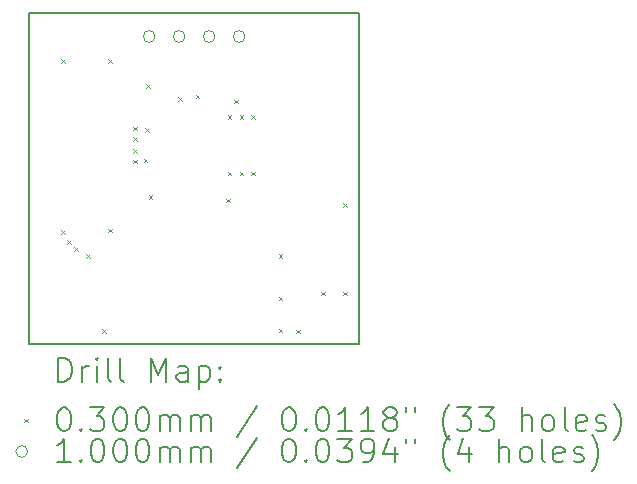
<source format=gbr>
%TF.GenerationSoftware,KiCad,Pcbnew,8.0.7*%
%TF.CreationDate,2024-12-28T17:49:15+01:00*%
%TF.ProjectId,usb-c-power-meter,7573622d-632d-4706-9f77-65722d6d6574,rev?*%
%TF.SameCoordinates,Original*%
%TF.FileFunction,Drillmap*%
%TF.FilePolarity,Positive*%
%FSLAX45Y45*%
G04 Gerber Fmt 4.5, Leading zero omitted, Abs format (unit mm)*
G04 Created by KiCad (PCBNEW 8.0.7) date 2024-12-28 17:49:15*
%MOMM*%
%LPD*%
G01*
G04 APERTURE LIST*
%ADD10C,0.200000*%
%ADD11C,0.100000*%
G04 APERTURE END LIST*
D10*
X14020000Y-9620000D02*
X16820000Y-9620000D01*
X16820000Y-12420000D01*
X14020000Y-12420000D01*
X14020000Y-9620000D01*
D11*
X14294560Y-11459200D02*
X14324560Y-11489200D01*
X14324560Y-11459200D02*
X14294560Y-11489200D01*
X14297100Y-10011400D02*
X14327100Y-10041400D01*
X14327100Y-10011400D02*
X14297100Y-10041400D01*
X14347900Y-11545000D02*
X14377900Y-11575000D01*
X14377900Y-11545000D02*
X14347900Y-11575000D01*
X14405000Y-11605000D02*
X14435000Y-11635000D01*
X14435000Y-11605000D02*
X14405000Y-11635000D01*
X14505000Y-11665000D02*
X14535000Y-11695000D01*
X14535000Y-11665000D02*
X14505000Y-11695000D01*
X14640000Y-12297400D02*
X14670000Y-12327400D01*
X14670000Y-12297400D02*
X14640000Y-12327400D01*
X14690800Y-10011400D02*
X14720800Y-10041400D01*
X14720800Y-10011400D02*
X14690800Y-10041400D01*
X14690800Y-11446500D02*
X14720800Y-11476500D01*
X14720800Y-11446500D02*
X14690800Y-11476500D01*
X14905000Y-10585000D02*
X14935000Y-10615000D01*
X14935000Y-10585000D02*
X14905000Y-10615000D01*
X14905000Y-10675000D02*
X14935000Y-10705000D01*
X14935000Y-10675000D02*
X14905000Y-10705000D01*
X14905000Y-10775000D02*
X14935000Y-10805000D01*
X14935000Y-10775000D02*
X14905000Y-10805000D01*
X14905000Y-10865000D02*
X14935000Y-10895000D01*
X14935000Y-10865000D02*
X14905000Y-10895000D01*
X14995000Y-10855000D02*
X15025000Y-10885000D01*
X15025000Y-10855000D02*
X14995000Y-10885000D01*
X15005000Y-10595000D02*
X15035000Y-10625000D01*
X15035000Y-10595000D02*
X15005000Y-10625000D01*
X15015000Y-10225000D02*
X15045000Y-10255000D01*
X15045000Y-10225000D02*
X15015000Y-10255000D01*
X15035000Y-11165000D02*
X15065000Y-11195000D01*
X15065000Y-11165000D02*
X15035000Y-11195000D01*
X15285000Y-10335000D02*
X15315000Y-10365000D01*
X15315000Y-10335000D02*
X15285000Y-10365000D01*
X15435000Y-10315000D02*
X15465000Y-10345000D01*
X15465000Y-10315000D02*
X15435000Y-10345000D01*
X15691560Y-11195040D02*
X15721560Y-11225040D01*
X15721560Y-11195040D02*
X15691560Y-11225040D01*
X15705000Y-10485000D02*
X15735000Y-10515000D01*
X15735000Y-10485000D02*
X15705000Y-10515000D01*
X15705000Y-10965000D02*
X15735000Y-10995000D01*
X15735000Y-10965000D02*
X15705000Y-10995000D01*
X15757600Y-10354300D02*
X15787600Y-10384300D01*
X15787600Y-10354300D02*
X15757600Y-10384300D01*
X15805000Y-10485000D02*
X15835000Y-10515000D01*
X15835000Y-10485000D02*
X15805000Y-10515000D01*
X15805000Y-10965000D02*
X15835000Y-10995000D01*
X15835000Y-10965000D02*
X15805000Y-10995000D01*
X15905000Y-10485000D02*
X15935000Y-10515000D01*
X15935000Y-10485000D02*
X15905000Y-10515000D01*
X15905000Y-10965000D02*
X15935000Y-10995000D01*
X15935000Y-10965000D02*
X15905000Y-10995000D01*
X16135000Y-11665000D02*
X16165000Y-11695000D01*
X16165000Y-11665000D02*
X16135000Y-11695000D01*
X16135000Y-12025000D02*
X16165000Y-12055000D01*
X16165000Y-12025000D02*
X16135000Y-12055000D01*
X16135000Y-12295000D02*
X16165000Y-12325000D01*
X16165000Y-12295000D02*
X16135000Y-12325000D01*
X16285000Y-12305000D02*
X16315000Y-12335000D01*
X16315000Y-12305000D02*
X16285000Y-12335000D01*
X16498500Y-11979900D02*
X16528500Y-12009900D01*
X16528500Y-11979900D02*
X16498500Y-12009900D01*
X16684700Y-11230600D02*
X16714700Y-11260600D01*
X16714700Y-11230600D02*
X16684700Y-11260600D01*
X16684700Y-11979900D02*
X16714700Y-12009900D01*
X16714700Y-11979900D02*
X16684700Y-12009900D01*
X15089000Y-9820000D02*
G75*
G02*
X14989000Y-9820000I-50000J0D01*
G01*
X14989000Y-9820000D02*
G75*
G02*
X15089000Y-9820000I50000J0D01*
G01*
X15343000Y-9820000D02*
G75*
G02*
X15243000Y-9820000I-50000J0D01*
G01*
X15243000Y-9820000D02*
G75*
G02*
X15343000Y-9820000I50000J0D01*
G01*
X15597000Y-9820000D02*
G75*
G02*
X15497000Y-9820000I-50000J0D01*
G01*
X15497000Y-9820000D02*
G75*
G02*
X15597000Y-9820000I50000J0D01*
G01*
X15851000Y-9820000D02*
G75*
G02*
X15751000Y-9820000I-50000J0D01*
G01*
X15751000Y-9820000D02*
G75*
G02*
X15851000Y-9820000I50000J0D01*
G01*
D10*
X14270777Y-12741484D02*
X14270777Y-12541484D01*
X14270777Y-12541484D02*
X14318396Y-12541484D01*
X14318396Y-12541484D02*
X14346967Y-12551008D01*
X14346967Y-12551008D02*
X14366015Y-12570055D01*
X14366015Y-12570055D02*
X14375539Y-12589103D01*
X14375539Y-12589103D02*
X14385062Y-12627198D01*
X14385062Y-12627198D02*
X14385062Y-12655769D01*
X14385062Y-12655769D02*
X14375539Y-12693865D01*
X14375539Y-12693865D02*
X14366015Y-12712912D01*
X14366015Y-12712912D02*
X14346967Y-12731960D01*
X14346967Y-12731960D02*
X14318396Y-12741484D01*
X14318396Y-12741484D02*
X14270777Y-12741484D01*
X14470777Y-12741484D02*
X14470777Y-12608150D01*
X14470777Y-12646246D02*
X14480301Y-12627198D01*
X14480301Y-12627198D02*
X14489824Y-12617674D01*
X14489824Y-12617674D02*
X14508872Y-12608150D01*
X14508872Y-12608150D02*
X14527920Y-12608150D01*
X14594586Y-12741484D02*
X14594586Y-12608150D01*
X14594586Y-12541484D02*
X14585062Y-12551008D01*
X14585062Y-12551008D02*
X14594586Y-12560531D01*
X14594586Y-12560531D02*
X14604110Y-12551008D01*
X14604110Y-12551008D02*
X14594586Y-12541484D01*
X14594586Y-12541484D02*
X14594586Y-12560531D01*
X14718396Y-12741484D02*
X14699348Y-12731960D01*
X14699348Y-12731960D02*
X14689824Y-12712912D01*
X14689824Y-12712912D02*
X14689824Y-12541484D01*
X14823158Y-12741484D02*
X14804110Y-12731960D01*
X14804110Y-12731960D02*
X14794586Y-12712912D01*
X14794586Y-12712912D02*
X14794586Y-12541484D01*
X15051729Y-12741484D02*
X15051729Y-12541484D01*
X15051729Y-12541484D02*
X15118396Y-12684341D01*
X15118396Y-12684341D02*
X15185062Y-12541484D01*
X15185062Y-12541484D02*
X15185062Y-12741484D01*
X15366015Y-12741484D02*
X15366015Y-12636722D01*
X15366015Y-12636722D02*
X15356491Y-12617674D01*
X15356491Y-12617674D02*
X15337443Y-12608150D01*
X15337443Y-12608150D02*
X15299348Y-12608150D01*
X15299348Y-12608150D02*
X15280301Y-12617674D01*
X15366015Y-12731960D02*
X15346967Y-12741484D01*
X15346967Y-12741484D02*
X15299348Y-12741484D01*
X15299348Y-12741484D02*
X15280301Y-12731960D01*
X15280301Y-12731960D02*
X15270777Y-12712912D01*
X15270777Y-12712912D02*
X15270777Y-12693865D01*
X15270777Y-12693865D02*
X15280301Y-12674817D01*
X15280301Y-12674817D02*
X15299348Y-12665293D01*
X15299348Y-12665293D02*
X15346967Y-12665293D01*
X15346967Y-12665293D02*
X15366015Y-12655769D01*
X15461253Y-12608150D02*
X15461253Y-12808150D01*
X15461253Y-12617674D02*
X15480301Y-12608150D01*
X15480301Y-12608150D02*
X15518396Y-12608150D01*
X15518396Y-12608150D02*
X15537443Y-12617674D01*
X15537443Y-12617674D02*
X15546967Y-12627198D01*
X15546967Y-12627198D02*
X15556491Y-12646246D01*
X15556491Y-12646246D02*
X15556491Y-12703388D01*
X15556491Y-12703388D02*
X15546967Y-12722436D01*
X15546967Y-12722436D02*
X15537443Y-12731960D01*
X15537443Y-12731960D02*
X15518396Y-12741484D01*
X15518396Y-12741484D02*
X15480301Y-12741484D01*
X15480301Y-12741484D02*
X15461253Y-12731960D01*
X15642205Y-12722436D02*
X15651729Y-12731960D01*
X15651729Y-12731960D02*
X15642205Y-12741484D01*
X15642205Y-12741484D02*
X15632682Y-12731960D01*
X15632682Y-12731960D02*
X15642205Y-12722436D01*
X15642205Y-12722436D02*
X15642205Y-12741484D01*
X15642205Y-12617674D02*
X15651729Y-12627198D01*
X15651729Y-12627198D02*
X15642205Y-12636722D01*
X15642205Y-12636722D02*
X15632682Y-12627198D01*
X15632682Y-12627198D02*
X15642205Y-12617674D01*
X15642205Y-12617674D02*
X15642205Y-12636722D01*
D11*
X13980000Y-13055000D02*
X14010000Y-13085000D01*
X14010000Y-13055000D02*
X13980000Y-13085000D01*
D10*
X14308872Y-12961484D02*
X14327920Y-12961484D01*
X14327920Y-12961484D02*
X14346967Y-12971008D01*
X14346967Y-12971008D02*
X14356491Y-12980531D01*
X14356491Y-12980531D02*
X14366015Y-12999579D01*
X14366015Y-12999579D02*
X14375539Y-13037674D01*
X14375539Y-13037674D02*
X14375539Y-13085293D01*
X14375539Y-13085293D02*
X14366015Y-13123388D01*
X14366015Y-13123388D02*
X14356491Y-13142436D01*
X14356491Y-13142436D02*
X14346967Y-13151960D01*
X14346967Y-13151960D02*
X14327920Y-13161484D01*
X14327920Y-13161484D02*
X14308872Y-13161484D01*
X14308872Y-13161484D02*
X14289824Y-13151960D01*
X14289824Y-13151960D02*
X14280301Y-13142436D01*
X14280301Y-13142436D02*
X14270777Y-13123388D01*
X14270777Y-13123388D02*
X14261253Y-13085293D01*
X14261253Y-13085293D02*
X14261253Y-13037674D01*
X14261253Y-13037674D02*
X14270777Y-12999579D01*
X14270777Y-12999579D02*
X14280301Y-12980531D01*
X14280301Y-12980531D02*
X14289824Y-12971008D01*
X14289824Y-12971008D02*
X14308872Y-12961484D01*
X14461253Y-13142436D02*
X14470777Y-13151960D01*
X14470777Y-13151960D02*
X14461253Y-13161484D01*
X14461253Y-13161484D02*
X14451729Y-13151960D01*
X14451729Y-13151960D02*
X14461253Y-13142436D01*
X14461253Y-13142436D02*
X14461253Y-13161484D01*
X14537443Y-12961484D02*
X14661253Y-12961484D01*
X14661253Y-12961484D02*
X14594586Y-13037674D01*
X14594586Y-13037674D02*
X14623158Y-13037674D01*
X14623158Y-13037674D02*
X14642205Y-13047198D01*
X14642205Y-13047198D02*
X14651729Y-13056722D01*
X14651729Y-13056722D02*
X14661253Y-13075769D01*
X14661253Y-13075769D02*
X14661253Y-13123388D01*
X14661253Y-13123388D02*
X14651729Y-13142436D01*
X14651729Y-13142436D02*
X14642205Y-13151960D01*
X14642205Y-13151960D02*
X14623158Y-13161484D01*
X14623158Y-13161484D02*
X14566015Y-13161484D01*
X14566015Y-13161484D02*
X14546967Y-13151960D01*
X14546967Y-13151960D02*
X14537443Y-13142436D01*
X14785062Y-12961484D02*
X14804110Y-12961484D01*
X14804110Y-12961484D02*
X14823158Y-12971008D01*
X14823158Y-12971008D02*
X14832682Y-12980531D01*
X14832682Y-12980531D02*
X14842205Y-12999579D01*
X14842205Y-12999579D02*
X14851729Y-13037674D01*
X14851729Y-13037674D02*
X14851729Y-13085293D01*
X14851729Y-13085293D02*
X14842205Y-13123388D01*
X14842205Y-13123388D02*
X14832682Y-13142436D01*
X14832682Y-13142436D02*
X14823158Y-13151960D01*
X14823158Y-13151960D02*
X14804110Y-13161484D01*
X14804110Y-13161484D02*
X14785062Y-13161484D01*
X14785062Y-13161484D02*
X14766015Y-13151960D01*
X14766015Y-13151960D02*
X14756491Y-13142436D01*
X14756491Y-13142436D02*
X14746967Y-13123388D01*
X14746967Y-13123388D02*
X14737443Y-13085293D01*
X14737443Y-13085293D02*
X14737443Y-13037674D01*
X14737443Y-13037674D02*
X14746967Y-12999579D01*
X14746967Y-12999579D02*
X14756491Y-12980531D01*
X14756491Y-12980531D02*
X14766015Y-12971008D01*
X14766015Y-12971008D02*
X14785062Y-12961484D01*
X14975539Y-12961484D02*
X14994586Y-12961484D01*
X14994586Y-12961484D02*
X15013634Y-12971008D01*
X15013634Y-12971008D02*
X15023158Y-12980531D01*
X15023158Y-12980531D02*
X15032682Y-12999579D01*
X15032682Y-12999579D02*
X15042205Y-13037674D01*
X15042205Y-13037674D02*
X15042205Y-13085293D01*
X15042205Y-13085293D02*
X15032682Y-13123388D01*
X15032682Y-13123388D02*
X15023158Y-13142436D01*
X15023158Y-13142436D02*
X15013634Y-13151960D01*
X15013634Y-13151960D02*
X14994586Y-13161484D01*
X14994586Y-13161484D02*
X14975539Y-13161484D01*
X14975539Y-13161484D02*
X14956491Y-13151960D01*
X14956491Y-13151960D02*
X14946967Y-13142436D01*
X14946967Y-13142436D02*
X14937443Y-13123388D01*
X14937443Y-13123388D02*
X14927920Y-13085293D01*
X14927920Y-13085293D02*
X14927920Y-13037674D01*
X14927920Y-13037674D02*
X14937443Y-12999579D01*
X14937443Y-12999579D02*
X14946967Y-12980531D01*
X14946967Y-12980531D02*
X14956491Y-12971008D01*
X14956491Y-12971008D02*
X14975539Y-12961484D01*
X15127920Y-13161484D02*
X15127920Y-13028150D01*
X15127920Y-13047198D02*
X15137443Y-13037674D01*
X15137443Y-13037674D02*
X15156491Y-13028150D01*
X15156491Y-13028150D02*
X15185063Y-13028150D01*
X15185063Y-13028150D02*
X15204110Y-13037674D01*
X15204110Y-13037674D02*
X15213634Y-13056722D01*
X15213634Y-13056722D02*
X15213634Y-13161484D01*
X15213634Y-13056722D02*
X15223158Y-13037674D01*
X15223158Y-13037674D02*
X15242205Y-13028150D01*
X15242205Y-13028150D02*
X15270777Y-13028150D01*
X15270777Y-13028150D02*
X15289824Y-13037674D01*
X15289824Y-13037674D02*
X15299348Y-13056722D01*
X15299348Y-13056722D02*
X15299348Y-13161484D01*
X15394586Y-13161484D02*
X15394586Y-13028150D01*
X15394586Y-13047198D02*
X15404110Y-13037674D01*
X15404110Y-13037674D02*
X15423158Y-13028150D01*
X15423158Y-13028150D02*
X15451729Y-13028150D01*
X15451729Y-13028150D02*
X15470777Y-13037674D01*
X15470777Y-13037674D02*
X15480301Y-13056722D01*
X15480301Y-13056722D02*
X15480301Y-13161484D01*
X15480301Y-13056722D02*
X15489824Y-13037674D01*
X15489824Y-13037674D02*
X15508872Y-13028150D01*
X15508872Y-13028150D02*
X15537443Y-13028150D01*
X15537443Y-13028150D02*
X15556491Y-13037674D01*
X15556491Y-13037674D02*
X15566015Y-13056722D01*
X15566015Y-13056722D02*
X15566015Y-13161484D01*
X15956491Y-12951960D02*
X15785063Y-13209103D01*
X16213634Y-12961484D02*
X16232682Y-12961484D01*
X16232682Y-12961484D02*
X16251729Y-12971008D01*
X16251729Y-12971008D02*
X16261253Y-12980531D01*
X16261253Y-12980531D02*
X16270777Y-12999579D01*
X16270777Y-12999579D02*
X16280301Y-13037674D01*
X16280301Y-13037674D02*
X16280301Y-13085293D01*
X16280301Y-13085293D02*
X16270777Y-13123388D01*
X16270777Y-13123388D02*
X16261253Y-13142436D01*
X16261253Y-13142436D02*
X16251729Y-13151960D01*
X16251729Y-13151960D02*
X16232682Y-13161484D01*
X16232682Y-13161484D02*
X16213634Y-13161484D01*
X16213634Y-13161484D02*
X16194586Y-13151960D01*
X16194586Y-13151960D02*
X16185063Y-13142436D01*
X16185063Y-13142436D02*
X16175539Y-13123388D01*
X16175539Y-13123388D02*
X16166015Y-13085293D01*
X16166015Y-13085293D02*
X16166015Y-13037674D01*
X16166015Y-13037674D02*
X16175539Y-12999579D01*
X16175539Y-12999579D02*
X16185063Y-12980531D01*
X16185063Y-12980531D02*
X16194586Y-12971008D01*
X16194586Y-12971008D02*
X16213634Y-12961484D01*
X16366015Y-13142436D02*
X16375539Y-13151960D01*
X16375539Y-13151960D02*
X16366015Y-13161484D01*
X16366015Y-13161484D02*
X16356491Y-13151960D01*
X16356491Y-13151960D02*
X16366015Y-13142436D01*
X16366015Y-13142436D02*
X16366015Y-13161484D01*
X16499348Y-12961484D02*
X16518396Y-12961484D01*
X16518396Y-12961484D02*
X16537444Y-12971008D01*
X16537444Y-12971008D02*
X16546967Y-12980531D01*
X16546967Y-12980531D02*
X16556491Y-12999579D01*
X16556491Y-12999579D02*
X16566015Y-13037674D01*
X16566015Y-13037674D02*
X16566015Y-13085293D01*
X16566015Y-13085293D02*
X16556491Y-13123388D01*
X16556491Y-13123388D02*
X16546967Y-13142436D01*
X16546967Y-13142436D02*
X16537444Y-13151960D01*
X16537444Y-13151960D02*
X16518396Y-13161484D01*
X16518396Y-13161484D02*
X16499348Y-13161484D01*
X16499348Y-13161484D02*
X16480301Y-13151960D01*
X16480301Y-13151960D02*
X16470777Y-13142436D01*
X16470777Y-13142436D02*
X16461253Y-13123388D01*
X16461253Y-13123388D02*
X16451729Y-13085293D01*
X16451729Y-13085293D02*
X16451729Y-13037674D01*
X16451729Y-13037674D02*
X16461253Y-12999579D01*
X16461253Y-12999579D02*
X16470777Y-12980531D01*
X16470777Y-12980531D02*
X16480301Y-12971008D01*
X16480301Y-12971008D02*
X16499348Y-12961484D01*
X16756491Y-13161484D02*
X16642206Y-13161484D01*
X16699348Y-13161484D02*
X16699348Y-12961484D01*
X16699348Y-12961484D02*
X16680301Y-12990055D01*
X16680301Y-12990055D02*
X16661253Y-13009103D01*
X16661253Y-13009103D02*
X16642206Y-13018627D01*
X16946968Y-13161484D02*
X16832682Y-13161484D01*
X16889825Y-13161484D02*
X16889825Y-12961484D01*
X16889825Y-12961484D02*
X16870777Y-12990055D01*
X16870777Y-12990055D02*
X16851729Y-13009103D01*
X16851729Y-13009103D02*
X16832682Y-13018627D01*
X17061253Y-13047198D02*
X17042206Y-13037674D01*
X17042206Y-13037674D02*
X17032682Y-13028150D01*
X17032682Y-13028150D02*
X17023158Y-13009103D01*
X17023158Y-13009103D02*
X17023158Y-12999579D01*
X17023158Y-12999579D02*
X17032682Y-12980531D01*
X17032682Y-12980531D02*
X17042206Y-12971008D01*
X17042206Y-12971008D02*
X17061253Y-12961484D01*
X17061253Y-12961484D02*
X17099349Y-12961484D01*
X17099349Y-12961484D02*
X17118396Y-12971008D01*
X17118396Y-12971008D02*
X17127920Y-12980531D01*
X17127920Y-12980531D02*
X17137444Y-12999579D01*
X17137444Y-12999579D02*
X17137444Y-13009103D01*
X17137444Y-13009103D02*
X17127920Y-13028150D01*
X17127920Y-13028150D02*
X17118396Y-13037674D01*
X17118396Y-13037674D02*
X17099349Y-13047198D01*
X17099349Y-13047198D02*
X17061253Y-13047198D01*
X17061253Y-13047198D02*
X17042206Y-13056722D01*
X17042206Y-13056722D02*
X17032682Y-13066246D01*
X17032682Y-13066246D02*
X17023158Y-13085293D01*
X17023158Y-13085293D02*
X17023158Y-13123388D01*
X17023158Y-13123388D02*
X17032682Y-13142436D01*
X17032682Y-13142436D02*
X17042206Y-13151960D01*
X17042206Y-13151960D02*
X17061253Y-13161484D01*
X17061253Y-13161484D02*
X17099349Y-13161484D01*
X17099349Y-13161484D02*
X17118396Y-13151960D01*
X17118396Y-13151960D02*
X17127920Y-13142436D01*
X17127920Y-13142436D02*
X17137444Y-13123388D01*
X17137444Y-13123388D02*
X17137444Y-13085293D01*
X17137444Y-13085293D02*
X17127920Y-13066246D01*
X17127920Y-13066246D02*
X17118396Y-13056722D01*
X17118396Y-13056722D02*
X17099349Y-13047198D01*
X17213634Y-12961484D02*
X17213634Y-12999579D01*
X17289825Y-12961484D02*
X17289825Y-12999579D01*
X17585063Y-13237674D02*
X17575539Y-13228150D01*
X17575539Y-13228150D02*
X17556491Y-13199579D01*
X17556491Y-13199579D02*
X17546968Y-13180531D01*
X17546968Y-13180531D02*
X17537444Y-13151960D01*
X17537444Y-13151960D02*
X17527920Y-13104341D01*
X17527920Y-13104341D02*
X17527920Y-13066246D01*
X17527920Y-13066246D02*
X17537444Y-13018627D01*
X17537444Y-13018627D02*
X17546968Y-12990055D01*
X17546968Y-12990055D02*
X17556491Y-12971008D01*
X17556491Y-12971008D02*
X17575539Y-12942436D01*
X17575539Y-12942436D02*
X17585063Y-12932912D01*
X17642206Y-12961484D02*
X17766015Y-12961484D01*
X17766015Y-12961484D02*
X17699349Y-13037674D01*
X17699349Y-13037674D02*
X17727920Y-13037674D01*
X17727920Y-13037674D02*
X17746968Y-13047198D01*
X17746968Y-13047198D02*
X17756491Y-13056722D01*
X17756491Y-13056722D02*
X17766015Y-13075769D01*
X17766015Y-13075769D02*
X17766015Y-13123388D01*
X17766015Y-13123388D02*
X17756491Y-13142436D01*
X17756491Y-13142436D02*
X17746968Y-13151960D01*
X17746968Y-13151960D02*
X17727920Y-13161484D01*
X17727920Y-13161484D02*
X17670777Y-13161484D01*
X17670777Y-13161484D02*
X17651730Y-13151960D01*
X17651730Y-13151960D02*
X17642206Y-13142436D01*
X17832682Y-12961484D02*
X17956491Y-12961484D01*
X17956491Y-12961484D02*
X17889825Y-13037674D01*
X17889825Y-13037674D02*
X17918396Y-13037674D01*
X17918396Y-13037674D02*
X17937444Y-13047198D01*
X17937444Y-13047198D02*
X17946968Y-13056722D01*
X17946968Y-13056722D02*
X17956491Y-13075769D01*
X17956491Y-13075769D02*
X17956491Y-13123388D01*
X17956491Y-13123388D02*
X17946968Y-13142436D01*
X17946968Y-13142436D02*
X17937444Y-13151960D01*
X17937444Y-13151960D02*
X17918396Y-13161484D01*
X17918396Y-13161484D02*
X17861253Y-13161484D01*
X17861253Y-13161484D02*
X17842206Y-13151960D01*
X17842206Y-13151960D02*
X17832682Y-13142436D01*
X18194587Y-13161484D02*
X18194587Y-12961484D01*
X18280301Y-13161484D02*
X18280301Y-13056722D01*
X18280301Y-13056722D02*
X18270777Y-13037674D01*
X18270777Y-13037674D02*
X18251730Y-13028150D01*
X18251730Y-13028150D02*
X18223158Y-13028150D01*
X18223158Y-13028150D02*
X18204111Y-13037674D01*
X18204111Y-13037674D02*
X18194587Y-13047198D01*
X18404111Y-13161484D02*
X18385063Y-13151960D01*
X18385063Y-13151960D02*
X18375539Y-13142436D01*
X18375539Y-13142436D02*
X18366015Y-13123388D01*
X18366015Y-13123388D02*
X18366015Y-13066246D01*
X18366015Y-13066246D02*
X18375539Y-13047198D01*
X18375539Y-13047198D02*
X18385063Y-13037674D01*
X18385063Y-13037674D02*
X18404111Y-13028150D01*
X18404111Y-13028150D02*
X18432682Y-13028150D01*
X18432682Y-13028150D02*
X18451730Y-13037674D01*
X18451730Y-13037674D02*
X18461253Y-13047198D01*
X18461253Y-13047198D02*
X18470777Y-13066246D01*
X18470777Y-13066246D02*
X18470777Y-13123388D01*
X18470777Y-13123388D02*
X18461253Y-13142436D01*
X18461253Y-13142436D02*
X18451730Y-13151960D01*
X18451730Y-13151960D02*
X18432682Y-13161484D01*
X18432682Y-13161484D02*
X18404111Y-13161484D01*
X18585063Y-13161484D02*
X18566015Y-13151960D01*
X18566015Y-13151960D02*
X18556492Y-13132912D01*
X18556492Y-13132912D02*
X18556492Y-12961484D01*
X18737444Y-13151960D02*
X18718396Y-13161484D01*
X18718396Y-13161484D02*
X18680301Y-13161484D01*
X18680301Y-13161484D02*
X18661253Y-13151960D01*
X18661253Y-13151960D02*
X18651730Y-13132912D01*
X18651730Y-13132912D02*
X18651730Y-13056722D01*
X18651730Y-13056722D02*
X18661253Y-13037674D01*
X18661253Y-13037674D02*
X18680301Y-13028150D01*
X18680301Y-13028150D02*
X18718396Y-13028150D01*
X18718396Y-13028150D02*
X18737444Y-13037674D01*
X18737444Y-13037674D02*
X18746968Y-13056722D01*
X18746968Y-13056722D02*
X18746968Y-13075769D01*
X18746968Y-13075769D02*
X18651730Y-13094817D01*
X18823158Y-13151960D02*
X18842206Y-13161484D01*
X18842206Y-13161484D02*
X18880301Y-13161484D01*
X18880301Y-13161484D02*
X18899349Y-13151960D01*
X18899349Y-13151960D02*
X18908873Y-13132912D01*
X18908873Y-13132912D02*
X18908873Y-13123388D01*
X18908873Y-13123388D02*
X18899349Y-13104341D01*
X18899349Y-13104341D02*
X18880301Y-13094817D01*
X18880301Y-13094817D02*
X18851730Y-13094817D01*
X18851730Y-13094817D02*
X18832682Y-13085293D01*
X18832682Y-13085293D02*
X18823158Y-13066246D01*
X18823158Y-13066246D02*
X18823158Y-13056722D01*
X18823158Y-13056722D02*
X18832682Y-13037674D01*
X18832682Y-13037674D02*
X18851730Y-13028150D01*
X18851730Y-13028150D02*
X18880301Y-13028150D01*
X18880301Y-13028150D02*
X18899349Y-13037674D01*
X18975539Y-13237674D02*
X18985063Y-13228150D01*
X18985063Y-13228150D02*
X19004111Y-13199579D01*
X19004111Y-13199579D02*
X19013634Y-13180531D01*
X19013634Y-13180531D02*
X19023158Y-13151960D01*
X19023158Y-13151960D02*
X19032682Y-13104341D01*
X19032682Y-13104341D02*
X19032682Y-13066246D01*
X19032682Y-13066246D02*
X19023158Y-13018627D01*
X19023158Y-13018627D02*
X19013634Y-12990055D01*
X19013634Y-12990055D02*
X19004111Y-12971008D01*
X19004111Y-12971008D02*
X18985063Y-12942436D01*
X18985063Y-12942436D02*
X18975539Y-12932912D01*
D11*
X14010000Y-13334000D02*
G75*
G02*
X13910000Y-13334000I-50000J0D01*
G01*
X13910000Y-13334000D02*
G75*
G02*
X14010000Y-13334000I50000J0D01*
G01*
D10*
X14375539Y-13425484D02*
X14261253Y-13425484D01*
X14318396Y-13425484D02*
X14318396Y-13225484D01*
X14318396Y-13225484D02*
X14299348Y-13254055D01*
X14299348Y-13254055D02*
X14280301Y-13273103D01*
X14280301Y-13273103D02*
X14261253Y-13282627D01*
X14461253Y-13406436D02*
X14470777Y-13415960D01*
X14470777Y-13415960D02*
X14461253Y-13425484D01*
X14461253Y-13425484D02*
X14451729Y-13415960D01*
X14451729Y-13415960D02*
X14461253Y-13406436D01*
X14461253Y-13406436D02*
X14461253Y-13425484D01*
X14594586Y-13225484D02*
X14613634Y-13225484D01*
X14613634Y-13225484D02*
X14632682Y-13235008D01*
X14632682Y-13235008D02*
X14642205Y-13244531D01*
X14642205Y-13244531D02*
X14651729Y-13263579D01*
X14651729Y-13263579D02*
X14661253Y-13301674D01*
X14661253Y-13301674D02*
X14661253Y-13349293D01*
X14661253Y-13349293D02*
X14651729Y-13387388D01*
X14651729Y-13387388D02*
X14642205Y-13406436D01*
X14642205Y-13406436D02*
X14632682Y-13415960D01*
X14632682Y-13415960D02*
X14613634Y-13425484D01*
X14613634Y-13425484D02*
X14594586Y-13425484D01*
X14594586Y-13425484D02*
X14575539Y-13415960D01*
X14575539Y-13415960D02*
X14566015Y-13406436D01*
X14566015Y-13406436D02*
X14556491Y-13387388D01*
X14556491Y-13387388D02*
X14546967Y-13349293D01*
X14546967Y-13349293D02*
X14546967Y-13301674D01*
X14546967Y-13301674D02*
X14556491Y-13263579D01*
X14556491Y-13263579D02*
X14566015Y-13244531D01*
X14566015Y-13244531D02*
X14575539Y-13235008D01*
X14575539Y-13235008D02*
X14594586Y-13225484D01*
X14785062Y-13225484D02*
X14804110Y-13225484D01*
X14804110Y-13225484D02*
X14823158Y-13235008D01*
X14823158Y-13235008D02*
X14832682Y-13244531D01*
X14832682Y-13244531D02*
X14842205Y-13263579D01*
X14842205Y-13263579D02*
X14851729Y-13301674D01*
X14851729Y-13301674D02*
X14851729Y-13349293D01*
X14851729Y-13349293D02*
X14842205Y-13387388D01*
X14842205Y-13387388D02*
X14832682Y-13406436D01*
X14832682Y-13406436D02*
X14823158Y-13415960D01*
X14823158Y-13415960D02*
X14804110Y-13425484D01*
X14804110Y-13425484D02*
X14785062Y-13425484D01*
X14785062Y-13425484D02*
X14766015Y-13415960D01*
X14766015Y-13415960D02*
X14756491Y-13406436D01*
X14756491Y-13406436D02*
X14746967Y-13387388D01*
X14746967Y-13387388D02*
X14737443Y-13349293D01*
X14737443Y-13349293D02*
X14737443Y-13301674D01*
X14737443Y-13301674D02*
X14746967Y-13263579D01*
X14746967Y-13263579D02*
X14756491Y-13244531D01*
X14756491Y-13244531D02*
X14766015Y-13235008D01*
X14766015Y-13235008D02*
X14785062Y-13225484D01*
X14975539Y-13225484D02*
X14994586Y-13225484D01*
X14994586Y-13225484D02*
X15013634Y-13235008D01*
X15013634Y-13235008D02*
X15023158Y-13244531D01*
X15023158Y-13244531D02*
X15032682Y-13263579D01*
X15032682Y-13263579D02*
X15042205Y-13301674D01*
X15042205Y-13301674D02*
X15042205Y-13349293D01*
X15042205Y-13349293D02*
X15032682Y-13387388D01*
X15032682Y-13387388D02*
X15023158Y-13406436D01*
X15023158Y-13406436D02*
X15013634Y-13415960D01*
X15013634Y-13415960D02*
X14994586Y-13425484D01*
X14994586Y-13425484D02*
X14975539Y-13425484D01*
X14975539Y-13425484D02*
X14956491Y-13415960D01*
X14956491Y-13415960D02*
X14946967Y-13406436D01*
X14946967Y-13406436D02*
X14937443Y-13387388D01*
X14937443Y-13387388D02*
X14927920Y-13349293D01*
X14927920Y-13349293D02*
X14927920Y-13301674D01*
X14927920Y-13301674D02*
X14937443Y-13263579D01*
X14937443Y-13263579D02*
X14946967Y-13244531D01*
X14946967Y-13244531D02*
X14956491Y-13235008D01*
X14956491Y-13235008D02*
X14975539Y-13225484D01*
X15127920Y-13425484D02*
X15127920Y-13292150D01*
X15127920Y-13311198D02*
X15137443Y-13301674D01*
X15137443Y-13301674D02*
X15156491Y-13292150D01*
X15156491Y-13292150D02*
X15185063Y-13292150D01*
X15185063Y-13292150D02*
X15204110Y-13301674D01*
X15204110Y-13301674D02*
X15213634Y-13320722D01*
X15213634Y-13320722D02*
X15213634Y-13425484D01*
X15213634Y-13320722D02*
X15223158Y-13301674D01*
X15223158Y-13301674D02*
X15242205Y-13292150D01*
X15242205Y-13292150D02*
X15270777Y-13292150D01*
X15270777Y-13292150D02*
X15289824Y-13301674D01*
X15289824Y-13301674D02*
X15299348Y-13320722D01*
X15299348Y-13320722D02*
X15299348Y-13425484D01*
X15394586Y-13425484D02*
X15394586Y-13292150D01*
X15394586Y-13311198D02*
X15404110Y-13301674D01*
X15404110Y-13301674D02*
X15423158Y-13292150D01*
X15423158Y-13292150D02*
X15451729Y-13292150D01*
X15451729Y-13292150D02*
X15470777Y-13301674D01*
X15470777Y-13301674D02*
X15480301Y-13320722D01*
X15480301Y-13320722D02*
X15480301Y-13425484D01*
X15480301Y-13320722D02*
X15489824Y-13301674D01*
X15489824Y-13301674D02*
X15508872Y-13292150D01*
X15508872Y-13292150D02*
X15537443Y-13292150D01*
X15537443Y-13292150D02*
X15556491Y-13301674D01*
X15556491Y-13301674D02*
X15566015Y-13320722D01*
X15566015Y-13320722D02*
X15566015Y-13425484D01*
X15956491Y-13215960D02*
X15785063Y-13473103D01*
X16213634Y-13225484D02*
X16232682Y-13225484D01*
X16232682Y-13225484D02*
X16251729Y-13235008D01*
X16251729Y-13235008D02*
X16261253Y-13244531D01*
X16261253Y-13244531D02*
X16270777Y-13263579D01*
X16270777Y-13263579D02*
X16280301Y-13301674D01*
X16280301Y-13301674D02*
X16280301Y-13349293D01*
X16280301Y-13349293D02*
X16270777Y-13387388D01*
X16270777Y-13387388D02*
X16261253Y-13406436D01*
X16261253Y-13406436D02*
X16251729Y-13415960D01*
X16251729Y-13415960D02*
X16232682Y-13425484D01*
X16232682Y-13425484D02*
X16213634Y-13425484D01*
X16213634Y-13425484D02*
X16194586Y-13415960D01*
X16194586Y-13415960D02*
X16185063Y-13406436D01*
X16185063Y-13406436D02*
X16175539Y-13387388D01*
X16175539Y-13387388D02*
X16166015Y-13349293D01*
X16166015Y-13349293D02*
X16166015Y-13301674D01*
X16166015Y-13301674D02*
X16175539Y-13263579D01*
X16175539Y-13263579D02*
X16185063Y-13244531D01*
X16185063Y-13244531D02*
X16194586Y-13235008D01*
X16194586Y-13235008D02*
X16213634Y-13225484D01*
X16366015Y-13406436D02*
X16375539Y-13415960D01*
X16375539Y-13415960D02*
X16366015Y-13425484D01*
X16366015Y-13425484D02*
X16356491Y-13415960D01*
X16356491Y-13415960D02*
X16366015Y-13406436D01*
X16366015Y-13406436D02*
X16366015Y-13425484D01*
X16499348Y-13225484D02*
X16518396Y-13225484D01*
X16518396Y-13225484D02*
X16537444Y-13235008D01*
X16537444Y-13235008D02*
X16546967Y-13244531D01*
X16546967Y-13244531D02*
X16556491Y-13263579D01*
X16556491Y-13263579D02*
X16566015Y-13301674D01*
X16566015Y-13301674D02*
X16566015Y-13349293D01*
X16566015Y-13349293D02*
X16556491Y-13387388D01*
X16556491Y-13387388D02*
X16546967Y-13406436D01*
X16546967Y-13406436D02*
X16537444Y-13415960D01*
X16537444Y-13415960D02*
X16518396Y-13425484D01*
X16518396Y-13425484D02*
X16499348Y-13425484D01*
X16499348Y-13425484D02*
X16480301Y-13415960D01*
X16480301Y-13415960D02*
X16470777Y-13406436D01*
X16470777Y-13406436D02*
X16461253Y-13387388D01*
X16461253Y-13387388D02*
X16451729Y-13349293D01*
X16451729Y-13349293D02*
X16451729Y-13301674D01*
X16451729Y-13301674D02*
X16461253Y-13263579D01*
X16461253Y-13263579D02*
X16470777Y-13244531D01*
X16470777Y-13244531D02*
X16480301Y-13235008D01*
X16480301Y-13235008D02*
X16499348Y-13225484D01*
X16632682Y-13225484D02*
X16756491Y-13225484D01*
X16756491Y-13225484D02*
X16689825Y-13301674D01*
X16689825Y-13301674D02*
X16718396Y-13301674D01*
X16718396Y-13301674D02*
X16737444Y-13311198D01*
X16737444Y-13311198D02*
X16746967Y-13320722D01*
X16746967Y-13320722D02*
X16756491Y-13339769D01*
X16756491Y-13339769D02*
X16756491Y-13387388D01*
X16756491Y-13387388D02*
X16746967Y-13406436D01*
X16746967Y-13406436D02*
X16737444Y-13415960D01*
X16737444Y-13415960D02*
X16718396Y-13425484D01*
X16718396Y-13425484D02*
X16661253Y-13425484D01*
X16661253Y-13425484D02*
X16642206Y-13415960D01*
X16642206Y-13415960D02*
X16632682Y-13406436D01*
X16851729Y-13425484D02*
X16889825Y-13425484D01*
X16889825Y-13425484D02*
X16908872Y-13415960D01*
X16908872Y-13415960D02*
X16918396Y-13406436D01*
X16918396Y-13406436D02*
X16937444Y-13377865D01*
X16937444Y-13377865D02*
X16946968Y-13339769D01*
X16946968Y-13339769D02*
X16946968Y-13263579D01*
X16946968Y-13263579D02*
X16937444Y-13244531D01*
X16937444Y-13244531D02*
X16927920Y-13235008D01*
X16927920Y-13235008D02*
X16908872Y-13225484D01*
X16908872Y-13225484D02*
X16870777Y-13225484D01*
X16870777Y-13225484D02*
X16851729Y-13235008D01*
X16851729Y-13235008D02*
X16842206Y-13244531D01*
X16842206Y-13244531D02*
X16832682Y-13263579D01*
X16832682Y-13263579D02*
X16832682Y-13311198D01*
X16832682Y-13311198D02*
X16842206Y-13330246D01*
X16842206Y-13330246D02*
X16851729Y-13339769D01*
X16851729Y-13339769D02*
X16870777Y-13349293D01*
X16870777Y-13349293D02*
X16908872Y-13349293D01*
X16908872Y-13349293D02*
X16927920Y-13339769D01*
X16927920Y-13339769D02*
X16937444Y-13330246D01*
X16937444Y-13330246D02*
X16946968Y-13311198D01*
X17118396Y-13292150D02*
X17118396Y-13425484D01*
X17070777Y-13215960D02*
X17023158Y-13358817D01*
X17023158Y-13358817D02*
X17146968Y-13358817D01*
X17213634Y-13225484D02*
X17213634Y-13263579D01*
X17289825Y-13225484D02*
X17289825Y-13263579D01*
X17585063Y-13501674D02*
X17575539Y-13492150D01*
X17575539Y-13492150D02*
X17556491Y-13463579D01*
X17556491Y-13463579D02*
X17546968Y-13444531D01*
X17546968Y-13444531D02*
X17537444Y-13415960D01*
X17537444Y-13415960D02*
X17527920Y-13368341D01*
X17527920Y-13368341D02*
X17527920Y-13330246D01*
X17527920Y-13330246D02*
X17537444Y-13282627D01*
X17537444Y-13282627D02*
X17546968Y-13254055D01*
X17546968Y-13254055D02*
X17556491Y-13235008D01*
X17556491Y-13235008D02*
X17575539Y-13206436D01*
X17575539Y-13206436D02*
X17585063Y-13196912D01*
X17746968Y-13292150D02*
X17746968Y-13425484D01*
X17699349Y-13215960D02*
X17651730Y-13358817D01*
X17651730Y-13358817D02*
X17775539Y-13358817D01*
X18004111Y-13425484D02*
X18004111Y-13225484D01*
X18089825Y-13425484D02*
X18089825Y-13320722D01*
X18089825Y-13320722D02*
X18080301Y-13301674D01*
X18080301Y-13301674D02*
X18061253Y-13292150D01*
X18061253Y-13292150D02*
X18032682Y-13292150D01*
X18032682Y-13292150D02*
X18013634Y-13301674D01*
X18013634Y-13301674D02*
X18004111Y-13311198D01*
X18213634Y-13425484D02*
X18194587Y-13415960D01*
X18194587Y-13415960D02*
X18185063Y-13406436D01*
X18185063Y-13406436D02*
X18175539Y-13387388D01*
X18175539Y-13387388D02*
X18175539Y-13330246D01*
X18175539Y-13330246D02*
X18185063Y-13311198D01*
X18185063Y-13311198D02*
X18194587Y-13301674D01*
X18194587Y-13301674D02*
X18213634Y-13292150D01*
X18213634Y-13292150D02*
X18242206Y-13292150D01*
X18242206Y-13292150D02*
X18261253Y-13301674D01*
X18261253Y-13301674D02*
X18270777Y-13311198D01*
X18270777Y-13311198D02*
X18280301Y-13330246D01*
X18280301Y-13330246D02*
X18280301Y-13387388D01*
X18280301Y-13387388D02*
X18270777Y-13406436D01*
X18270777Y-13406436D02*
X18261253Y-13415960D01*
X18261253Y-13415960D02*
X18242206Y-13425484D01*
X18242206Y-13425484D02*
X18213634Y-13425484D01*
X18394587Y-13425484D02*
X18375539Y-13415960D01*
X18375539Y-13415960D02*
X18366015Y-13396912D01*
X18366015Y-13396912D02*
X18366015Y-13225484D01*
X18546968Y-13415960D02*
X18527920Y-13425484D01*
X18527920Y-13425484D02*
X18489825Y-13425484D01*
X18489825Y-13425484D02*
X18470777Y-13415960D01*
X18470777Y-13415960D02*
X18461253Y-13396912D01*
X18461253Y-13396912D02*
X18461253Y-13320722D01*
X18461253Y-13320722D02*
X18470777Y-13301674D01*
X18470777Y-13301674D02*
X18489825Y-13292150D01*
X18489825Y-13292150D02*
X18527920Y-13292150D01*
X18527920Y-13292150D02*
X18546968Y-13301674D01*
X18546968Y-13301674D02*
X18556492Y-13320722D01*
X18556492Y-13320722D02*
X18556492Y-13339769D01*
X18556492Y-13339769D02*
X18461253Y-13358817D01*
X18632682Y-13415960D02*
X18651730Y-13425484D01*
X18651730Y-13425484D02*
X18689825Y-13425484D01*
X18689825Y-13425484D02*
X18708873Y-13415960D01*
X18708873Y-13415960D02*
X18718396Y-13396912D01*
X18718396Y-13396912D02*
X18718396Y-13387388D01*
X18718396Y-13387388D02*
X18708873Y-13368341D01*
X18708873Y-13368341D02*
X18689825Y-13358817D01*
X18689825Y-13358817D02*
X18661253Y-13358817D01*
X18661253Y-13358817D02*
X18642206Y-13349293D01*
X18642206Y-13349293D02*
X18632682Y-13330246D01*
X18632682Y-13330246D02*
X18632682Y-13320722D01*
X18632682Y-13320722D02*
X18642206Y-13301674D01*
X18642206Y-13301674D02*
X18661253Y-13292150D01*
X18661253Y-13292150D02*
X18689825Y-13292150D01*
X18689825Y-13292150D02*
X18708873Y-13301674D01*
X18785063Y-13501674D02*
X18794587Y-13492150D01*
X18794587Y-13492150D02*
X18813634Y-13463579D01*
X18813634Y-13463579D02*
X18823158Y-13444531D01*
X18823158Y-13444531D02*
X18832682Y-13415960D01*
X18832682Y-13415960D02*
X18842206Y-13368341D01*
X18842206Y-13368341D02*
X18842206Y-13330246D01*
X18842206Y-13330246D02*
X18832682Y-13282627D01*
X18832682Y-13282627D02*
X18823158Y-13254055D01*
X18823158Y-13254055D02*
X18813634Y-13235008D01*
X18813634Y-13235008D02*
X18794587Y-13206436D01*
X18794587Y-13206436D02*
X18785063Y-13196912D01*
M02*

</source>
